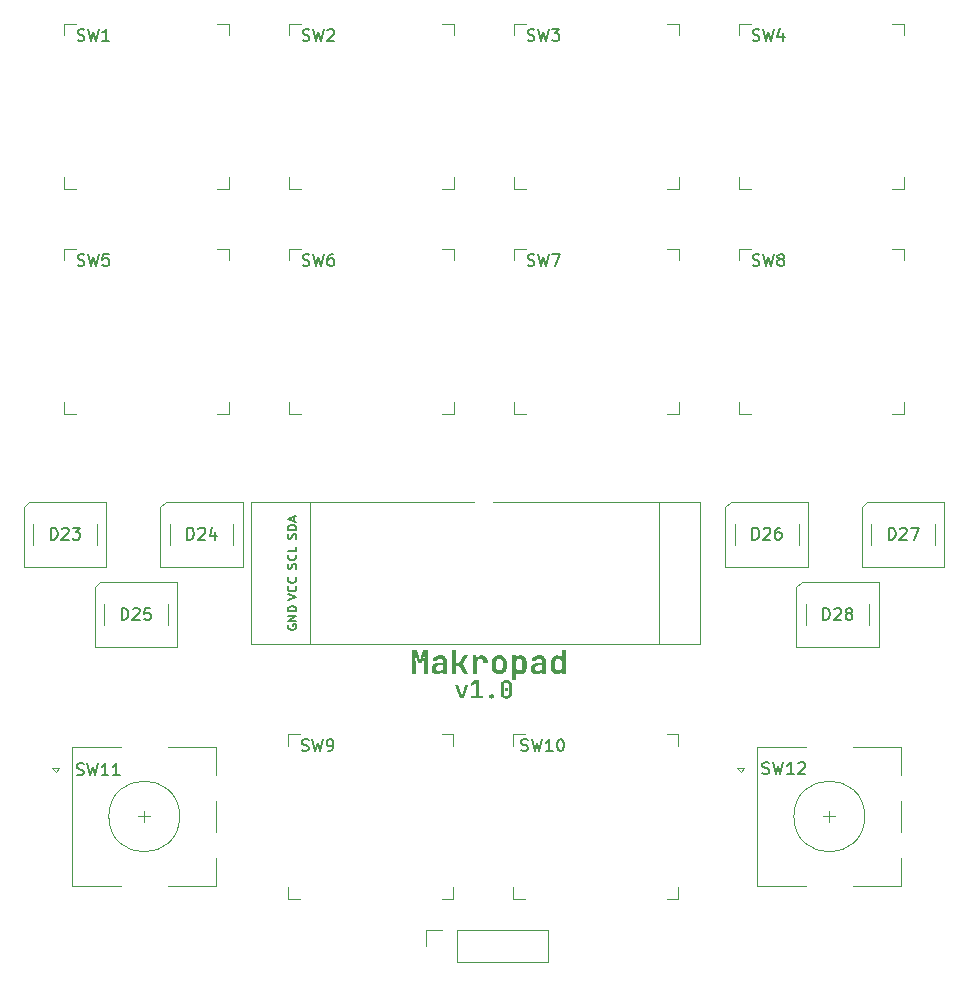
<source format=gbr>
%TF.GenerationSoftware,KiCad,Pcbnew,8.0.7*%
%TF.CreationDate,2025-02-13T02:08:45-05:00*%
%TF.ProjectId,makropad,6d616b72-6f70-4616-942e-6b696361645f,rev?*%
%TF.SameCoordinates,Original*%
%TF.FileFunction,Legend,Top*%
%TF.FilePolarity,Positive*%
%FSLAX46Y46*%
G04 Gerber Fmt 4.6, Leading zero omitted, Abs format (unit mm)*
G04 Created by KiCad (PCBNEW 8.0.7) date 2025-02-13 02:08:45*
%MOMM*%
%LPD*%
G01*
G04 APERTURE LIST*
%ADD10C,0.200000*%
%ADD11C,0.150000*%
%ADD12C,0.120000*%
%ADD13C,0.040000*%
%ADD14R,1.500000X1.000000*%
%ADD15C,5.100000*%
%ADD16O,1.900000X2.450000*%
%ADD17O,2.450000X1.900000*%
%ADD18R,1.700000X1.700000*%
%ADD19O,1.700000X1.700000*%
%ADD20R,2.000000X2.000000*%
%ADD21C,2.000000*%
%ADD22R,3.200000X2.000000*%
%ADD23C,3.200000*%
%ADD24R,1.700000X3.500000*%
%ADD25O,1.700000X3.600000*%
%ADD26O,1.700000X3.700000*%
G04 APERTURE END LIST*
D10*
G36*
X146407292Y-103410000D02*
G01*
X146407292Y-101366175D01*
X146821039Y-101366175D01*
X147019364Y-102016838D01*
X147048754Y-102114811D01*
X147069190Y-102194159D01*
X147091080Y-102290879D01*
X147095080Y-102312372D01*
X147116130Y-102213637D01*
X147120481Y-102194159D01*
X147144455Y-102097833D01*
X147167376Y-102015861D01*
X147358862Y-101366175D01*
X147773098Y-101366175D01*
X147773098Y-103410000D01*
X147446301Y-103410000D01*
X147446301Y-102774480D01*
X147447167Y-102674711D01*
X147449764Y-102569516D01*
X147453628Y-102469176D01*
X147458942Y-102366403D01*
X147465115Y-102263249D01*
X147472147Y-102159713D01*
X147473656Y-102138960D01*
X147481737Y-102036664D01*
X147490104Y-101937994D01*
X147499639Y-101833644D01*
X147500523Y-101824375D01*
X147510194Y-101726784D01*
X147520581Y-101623058D01*
X147526413Y-101565478D01*
X147251884Y-102530237D01*
X146933391Y-102530237D01*
X146651046Y-101565478D01*
X146663108Y-101665615D01*
X146673595Y-101763205D01*
X146678890Y-101816071D01*
X146688341Y-101917508D01*
X146697214Y-102023679D01*
X146704780Y-102124305D01*
X146712031Y-102227269D01*
X146718518Y-102330996D01*
X146724243Y-102435486D01*
X146725296Y-102456475D01*
X146729675Y-102559525D01*
X146732433Y-102659235D01*
X146733592Y-102765060D01*
X146733600Y-102774480D01*
X146733600Y-103410000D01*
X146407292Y-103410000D01*
G37*
G36*
X148888935Y-101846941D02*
G01*
X148997170Y-101865340D01*
X149094139Y-101897297D01*
X149191164Y-101950420D01*
X149234159Y-101983621D01*
X149306180Y-102060375D01*
X149357623Y-102149462D01*
X149388490Y-102250884D01*
X149398618Y-102349746D01*
X149398778Y-102364640D01*
X149398778Y-103410000D01*
X149059281Y-103410000D01*
X149059281Y-103140355D01*
X149051518Y-103140355D01*
X149048343Y-103166071D01*
X149006049Y-103260373D01*
X148933740Y-103337704D01*
X148846461Y-103390512D01*
X148742773Y-103423761D01*
X148635422Y-103436963D01*
X148596685Y-103437843D01*
X148497589Y-103431859D01*
X148396014Y-103410366D01*
X148296632Y-103367501D01*
X148221528Y-103312791D01*
X148155174Y-103235142D01*
X148110537Y-103143428D01*
X148087614Y-103037648D01*
X148084263Y-102972805D01*
X148087138Y-102940565D01*
X148434508Y-102940565D01*
X148452948Y-103038018D01*
X148508269Y-103112512D01*
X148596685Y-103159773D01*
X148697290Y-103175280D01*
X148713433Y-103175526D01*
X148816221Y-103164879D01*
X148910676Y-103129313D01*
X148954256Y-103099811D01*
X149018704Y-103025052D01*
X149047705Y-102926069D01*
X149048534Y-102903928D01*
X149048534Y-102716350D01*
X148671912Y-102716350D01*
X148574703Y-102731615D01*
X148498988Y-102777411D01*
X148445149Y-102864386D01*
X148434508Y-102940565D01*
X148087138Y-102940565D01*
X148093758Y-102866345D01*
X148122243Y-102772648D01*
X148176987Y-102682492D01*
X148236182Y-102623538D01*
X148320110Y-102569255D01*
X148419487Y-102530481D01*
X148519113Y-102509277D01*
X148630568Y-102499947D01*
X148664584Y-102499462D01*
X149048534Y-102499462D01*
X149048534Y-102368060D01*
X149030460Y-102268775D01*
X148976238Y-102193670D01*
X148890265Y-102146043D01*
X148792598Y-102130415D01*
X148776936Y-102130167D01*
X148678497Y-102141222D01*
X148586915Y-102180481D01*
X148518294Y-102252565D01*
X148496545Y-102316769D01*
X148154605Y-102316769D01*
X148176221Y-102213240D01*
X148216154Y-102121008D01*
X148274406Y-102040072D01*
X148350976Y-101970432D01*
X148442537Y-101914226D01*
X148545760Y-101874078D01*
X148645647Y-101852123D01*
X148754464Y-101842462D01*
X148787194Y-101841960D01*
X148888935Y-101846941D01*
G37*
G36*
X149830111Y-103410000D02*
G01*
X149830111Y-101366175D01*
X150180355Y-101366175D01*
X150180355Y-102474549D01*
X150425087Y-102474549D01*
X150799267Y-101869804D01*
X151192498Y-101869804D01*
X150726971Y-102615233D01*
X151200802Y-103410000D01*
X150800244Y-103410000D01*
X150424598Y-102771549D01*
X150180355Y-102771549D01*
X150180355Y-103410000D01*
X149830111Y-103410000D01*
G37*
G36*
X151548604Y-103410000D02*
G01*
X151548604Y-101869804D01*
X151880286Y-101869804D01*
X151880286Y-102163872D01*
X151966748Y-102163872D01*
X151862700Y-102344612D01*
X151868053Y-102241296D01*
X151887279Y-102137645D01*
X151925623Y-102039431D01*
X151974563Y-101968478D01*
X152054830Y-101901760D01*
X152144771Y-101862841D01*
X152251481Y-101843937D01*
X152304291Y-101841960D01*
X152408570Y-101849300D01*
X152515151Y-101875663D01*
X152608299Y-101921199D01*
X152688014Y-101985908D01*
X152697034Y-101995345D01*
X152759438Y-102079456D01*
X152804012Y-102178405D01*
X152828389Y-102277157D01*
X152839114Y-102387269D01*
X152839672Y-102420816D01*
X152839672Y-102532679D01*
X152472819Y-102532679D01*
X152472819Y-102446217D01*
X152462034Y-102344024D01*
X152422190Y-102248936D01*
X152396127Y-102216140D01*
X152311455Y-102157937D01*
X152209380Y-102135765D01*
X152184612Y-102135052D01*
X152084037Y-102148515D01*
X151993233Y-102197509D01*
X151973586Y-102216629D01*
X151922496Y-102300725D01*
X151900673Y-102401586D01*
X151898848Y-102446217D01*
X151898848Y-103410000D01*
X151548604Y-103410000D01*
G37*
G36*
X153910898Y-101850276D02*
G01*
X154009198Y-101867896D01*
X154108269Y-101901250D01*
X154144905Y-101918653D01*
X154228368Y-101970812D01*
X154305630Y-102042182D01*
X154367655Y-102128213D01*
X154409386Y-102217762D01*
X154435661Y-102316662D01*
X154446480Y-102424911D01*
X154446789Y-102447683D01*
X154446789Y-102831144D01*
X154440530Y-102930711D01*
X154418891Y-103032548D01*
X154381797Y-103125132D01*
X154367655Y-103151102D01*
X154305630Y-103237469D01*
X154228368Y-103309175D01*
X154144905Y-103361639D01*
X154050109Y-103400795D01*
X153944626Y-103425448D01*
X153840556Y-103435237D01*
X153803942Y-103435889D01*
X153697579Y-103430016D01*
X153599408Y-103412396D01*
X153499936Y-103379042D01*
X153462979Y-103361639D01*
X153379259Y-103309175D01*
X153301823Y-103237469D01*
X153239741Y-103151102D01*
X153198010Y-103061295D01*
X153171735Y-102962234D01*
X153160916Y-102853918D01*
X153160607Y-102831144D01*
X153160607Y-102448660D01*
X153510851Y-102448660D01*
X153510851Y-102831144D01*
X153521704Y-102930337D01*
X153561802Y-103021753D01*
X153588032Y-103052916D01*
X153674156Y-103107964D01*
X153770328Y-103128410D01*
X153803942Y-103129609D01*
X153907290Y-103116951D01*
X154000291Y-103070891D01*
X154020341Y-103052916D01*
X154075038Y-102965991D01*
X154095355Y-102866345D01*
X154096545Y-102831144D01*
X154096545Y-102448660D01*
X154085829Y-102348711D01*
X154046239Y-102257282D01*
X154020341Y-102226399D01*
X153934840Y-102171702D01*
X153837991Y-102151386D01*
X153803942Y-102150195D01*
X153701618Y-102162771D01*
X153608395Y-102208538D01*
X153588032Y-102226399D01*
X153532633Y-102312945D01*
X153512057Y-102413130D01*
X153510851Y-102448660D01*
X153160607Y-102448660D01*
X153166866Y-102348659D01*
X153188505Y-102246612D01*
X153225599Y-102154105D01*
X153239741Y-102128213D01*
X153301823Y-102042182D01*
X153379259Y-101970812D01*
X153462979Y-101918653D01*
X153558406Y-101879497D01*
X153663945Y-101854844D01*
X153767578Y-101845055D01*
X153803942Y-101844403D01*
X153910898Y-101850276D01*
G37*
G36*
X155724210Y-101851913D02*
G01*
X155822976Y-101881772D01*
X155910079Y-101931536D01*
X155985519Y-102001207D01*
X156046641Y-102087791D01*
X156090300Y-102188297D01*
X156114175Y-102287660D01*
X156124681Y-102397682D01*
X156125226Y-102431074D01*
X156125226Y-102847752D01*
X156119073Y-102955525D01*
X156100611Y-103054138D01*
X156066089Y-103152033D01*
X156062212Y-103160383D01*
X156007738Y-103251516D01*
X155938838Y-103325614D01*
X155884891Y-103365547D01*
X155793186Y-103409603D01*
X155689528Y-103433325D01*
X155613782Y-103437843D01*
X155513472Y-103429342D01*
X155416157Y-103399957D01*
X155326300Y-103343390D01*
X155311898Y-103330376D01*
X155247654Y-103246691D01*
X155212391Y-103154184D01*
X155207714Y-103115931D01*
X155197103Y-103115931D01*
X155207362Y-103482295D01*
X155207362Y-103914117D01*
X154857117Y-103914117D01*
X154857117Y-102446217D01*
X155207362Y-102446217D01*
X155207362Y-102833586D01*
X155218009Y-102931635D01*
X155257346Y-103023451D01*
X155283077Y-103055359D01*
X155366647Y-103112160D01*
X155466531Y-103133798D01*
X155490683Y-103134494D01*
X155590310Y-103121594D01*
X155680620Y-103074654D01*
X155700244Y-103056336D01*
X155753889Y-102968466D01*
X155773814Y-102868696D01*
X155774982Y-102833586D01*
X155774982Y-102446217D01*
X155764472Y-102346360D01*
X155725643Y-102254343D01*
X155700244Y-102222979D01*
X155616975Y-102167581D01*
X155515434Y-102146477D01*
X155490683Y-102145799D01*
X155393029Y-102158859D01*
X155302990Y-102206386D01*
X155283077Y-102224933D01*
X155228731Y-102312968D01*
X155208545Y-102411664D01*
X155207362Y-102446217D01*
X154857117Y-102446217D01*
X154857117Y-101869804D01*
X155199057Y-101869804D01*
X155199057Y-102163872D01*
X155206345Y-102163872D01*
X155207945Y-102145856D01*
X155238666Y-102049972D01*
X155297804Y-101963122D01*
X155311409Y-101949427D01*
X155397829Y-101888243D01*
X155492320Y-101854659D01*
X155590333Y-101842380D01*
X155613782Y-101841960D01*
X155724210Y-101851913D01*
G37*
G36*
X157281119Y-101846941D02*
G01*
X157389354Y-101865340D01*
X157486323Y-101897297D01*
X157583348Y-101950420D01*
X157626343Y-101983621D01*
X157698364Y-102060375D01*
X157749808Y-102149462D01*
X157780674Y-102250884D01*
X157790802Y-102349746D01*
X157790963Y-102364640D01*
X157790963Y-103410000D01*
X157451465Y-103410000D01*
X157451465Y-103140355D01*
X157443702Y-103140355D01*
X157440527Y-103166071D01*
X157398233Y-103260373D01*
X157325924Y-103337704D01*
X157238645Y-103390512D01*
X157134957Y-103423761D01*
X157027606Y-103436963D01*
X156988869Y-103437843D01*
X156889773Y-103431859D01*
X156788199Y-103410366D01*
X156688817Y-103367501D01*
X156613712Y-103312791D01*
X156547359Y-103235142D01*
X156502721Y-103143428D01*
X156479799Y-103037648D01*
X156476448Y-102972805D01*
X156479323Y-102940565D01*
X156826692Y-102940565D01*
X156845132Y-103038018D01*
X156900453Y-103112512D01*
X156988869Y-103159773D01*
X157089474Y-103175280D01*
X157105617Y-103175526D01*
X157208405Y-103164879D01*
X157302860Y-103129313D01*
X157346441Y-103099811D01*
X157410888Y-103025052D01*
X157439890Y-102926069D01*
X157440718Y-102903928D01*
X157440718Y-102716350D01*
X157064096Y-102716350D01*
X156966887Y-102731615D01*
X156891172Y-102777411D01*
X156837333Y-102864386D01*
X156826692Y-102940565D01*
X156479323Y-102940565D01*
X156485942Y-102866345D01*
X156514427Y-102772648D01*
X156569172Y-102682492D01*
X156628367Y-102623538D01*
X156712295Y-102569255D01*
X156811671Y-102530481D01*
X156911298Y-102509277D01*
X157022752Y-102499947D01*
X157056769Y-102499462D01*
X157440718Y-102499462D01*
X157440718Y-102368060D01*
X157422644Y-102268775D01*
X157368422Y-102193670D01*
X157282449Y-102146043D01*
X157184782Y-102130415D01*
X157169120Y-102130167D01*
X157070681Y-102141222D01*
X156979099Y-102180481D01*
X156910478Y-102252565D01*
X156888729Y-102316769D01*
X156546789Y-102316769D01*
X156568405Y-102213240D01*
X156608339Y-102121008D01*
X156666591Y-102040072D01*
X156743161Y-101970432D01*
X156834721Y-101914226D01*
X156937944Y-101874078D01*
X157037832Y-101852123D01*
X157146648Y-101842462D01*
X157179378Y-101841960D01*
X157281119Y-101846941D01*
G37*
G36*
X159464026Y-103410000D02*
G01*
X159122086Y-103410000D01*
X159122086Y-103115931D01*
X159114873Y-103115931D01*
X159113237Y-103134436D01*
X159082650Y-103230320D01*
X159023769Y-103317170D01*
X159010223Y-103330865D01*
X158924302Y-103391771D01*
X158829963Y-103425202D01*
X158731843Y-103437425D01*
X158708339Y-103437843D01*
X158598460Y-103427921D01*
X158499877Y-103398154D01*
X158412591Y-103348542D01*
X158336601Y-103279085D01*
X158275052Y-103192654D01*
X158231088Y-103092117D01*
X158207045Y-102992578D01*
X158196467Y-102882238D01*
X158195917Y-102848729D01*
X158195917Y-102446217D01*
X158546161Y-102446217D01*
X158546161Y-102833586D01*
X158556740Y-102932688D01*
X158595823Y-103024691D01*
X158621388Y-103056336D01*
X158705115Y-103112435D01*
X158807083Y-103133807D01*
X158831926Y-103134494D01*
X158929655Y-103121433D01*
X159018977Y-103073906D01*
X159038555Y-103055359D01*
X159092551Y-102967217D01*
X159112606Y-102868254D01*
X159113782Y-102833586D01*
X159113782Y-102446217D01*
X159103203Y-102348467D01*
X159064120Y-102256824D01*
X159038555Y-102224933D01*
X158955930Y-102168132D01*
X158856153Y-102146494D01*
X158831926Y-102145799D01*
X158731902Y-102158698D01*
X158641134Y-102205638D01*
X158621388Y-102223956D01*
X158567392Y-102311476D01*
X158547337Y-102411115D01*
X158546161Y-102446217D01*
X158195917Y-102446217D01*
X158195917Y-102432540D01*
X158200846Y-102334789D01*
X158219055Y-102230644D01*
X158250681Y-102137158D01*
X158303254Y-102043369D01*
X158336113Y-102001695D01*
X158411950Y-101931811D01*
X158499267Y-101881894D01*
X158598063Y-101851944D01*
X158708339Y-101841960D01*
X158809241Y-101850500D01*
X158906671Y-101880019D01*
X158995992Y-101936843D01*
X159010223Y-101949916D01*
X159073911Y-102033381D01*
X159108868Y-102125888D01*
X159113464Y-102163872D01*
X159124040Y-102163872D01*
X159113782Y-101797508D01*
X159113782Y-101366175D01*
X159464026Y-101366175D01*
X159464026Y-103410000D01*
G37*
G36*
X150462718Y-105495000D02*
G01*
X150080966Y-104339853D01*
X150351709Y-104339853D01*
X150571161Y-105042173D01*
X150592426Y-105114340D01*
X150608164Y-105172233D01*
X150626568Y-105245305D01*
X150634176Y-105278845D01*
X150652666Y-105207772D01*
X150661653Y-105172233D01*
X150681025Y-105098430D01*
X150696092Y-105043272D01*
X150911514Y-104339853D01*
X151178960Y-104339853D01*
X150799773Y-105495000D01*
X150462718Y-105495000D01*
G37*
G36*
X151435415Y-105495000D02*
G01*
X151435415Y-105263824D01*
X151834019Y-105263824D01*
X151834019Y-104195505D01*
X151433217Y-104494092D01*
X151433217Y-104216755D01*
X151787124Y-103962131D01*
X152096702Y-103962131D01*
X152096702Y-105263824D01*
X152417271Y-105263824D01*
X152417271Y-105495000D01*
X151435415Y-105495000D01*
G37*
G36*
X153147801Y-105515882D02*
G01*
X153071622Y-105504290D01*
X153007931Y-105466372D01*
X153004553Y-105463126D01*
X152964436Y-105401119D01*
X152951116Y-105326849D01*
X152951064Y-105321343D01*
X152961302Y-105248564D01*
X152998076Y-105183420D01*
X153004553Y-105176629D01*
X153067110Y-105136512D01*
X153142227Y-105123192D01*
X153147801Y-105123140D01*
X153224609Y-105134893D01*
X153288082Y-105173338D01*
X153291416Y-105176629D01*
X153330983Y-105239369D01*
X153344121Y-105315656D01*
X153344173Y-105321343D01*
X153332581Y-105396653D01*
X153294662Y-105459771D01*
X153291416Y-105463126D01*
X153229134Y-105502693D01*
X153153443Y-105515831D01*
X153147801Y-105515882D01*
G37*
G36*
X154481031Y-104601861D02*
G01*
X154507013Y-104621953D01*
X154541763Y-104688690D01*
X154544748Y-104721605D01*
X154528339Y-104795348D01*
X154506646Y-104825286D01*
X154439910Y-104861386D01*
X154406995Y-104864487D01*
X154335506Y-104847604D01*
X154306245Y-104825286D01*
X154271864Y-104759436D01*
X154268143Y-104721605D01*
X154286152Y-104647569D01*
X154306245Y-104621587D01*
X154373697Y-104586836D01*
X154406995Y-104583852D01*
X154481031Y-104601861D01*
G37*
G36*
X154487629Y-103945374D02*
G01*
X154562329Y-103958850D01*
X154637513Y-103984359D01*
X154665282Y-103997669D01*
X154728301Y-104037668D01*
X154786630Y-104092081D01*
X154833443Y-104157404D01*
X154864935Y-104225024D01*
X154884763Y-104299656D01*
X154892636Y-104372821D01*
X154893161Y-104398471D01*
X154893161Y-105058293D01*
X154888408Y-105133203D01*
X154871979Y-105209911D01*
X154843815Y-105279749D01*
X154833077Y-105299361D01*
X154786220Y-105364683D01*
X154727762Y-105419096D01*
X154664549Y-105459096D01*
X154592643Y-105489042D01*
X154521259Y-105506510D01*
X154443557Y-105514995D01*
X154406995Y-105515882D01*
X154326428Y-105511390D01*
X154252062Y-105497915D01*
X154176707Y-105472405D01*
X154148709Y-105459096D01*
X154085267Y-105419096D01*
X154026557Y-105364683D01*
X153979448Y-105299361D01*
X153947957Y-105231584D01*
X153928129Y-105156937D01*
X153920256Y-105083882D01*
X153919731Y-105058293D01*
X153919731Y-104398471D01*
X154167759Y-104398471D01*
X154167759Y-105058293D01*
X154176878Y-105131005D01*
X154210568Y-105200989D01*
X154232606Y-105226088D01*
X154298082Y-105269165D01*
X154373951Y-105287564D01*
X154406995Y-105289103D01*
X154482764Y-105280241D01*
X154550428Y-105250642D01*
X154580652Y-105226088D01*
X154624730Y-105162956D01*
X154643558Y-105090017D01*
X154645132Y-105058293D01*
X154645132Y-104398471D01*
X154634490Y-104320467D01*
X154599228Y-104251746D01*
X154580652Y-104231043D01*
X154515787Y-104187716D01*
X154439858Y-104169209D01*
X154406629Y-104167662D01*
X154330362Y-104176575D01*
X154262275Y-104206346D01*
X154231873Y-104231043D01*
X154188045Y-104294105D01*
X154169325Y-104366853D01*
X154167759Y-104398471D01*
X153919731Y-104398471D01*
X153924455Y-104323413D01*
X153940784Y-104246677D01*
X153968776Y-104176953D01*
X153979448Y-104157404D01*
X154026391Y-104092081D01*
X154085110Y-104037668D01*
X154148709Y-103997669D01*
X154220929Y-103967723D01*
X154292352Y-103950254D01*
X154369861Y-103941770D01*
X154406263Y-103940882D01*
X154487629Y-103945374D01*
G37*
D11*
X121835714Y-98854819D02*
X121835714Y-97854819D01*
X121835714Y-97854819D02*
X122073809Y-97854819D01*
X122073809Y-97854819D02*
X122216666Y-97902438D01*
X122216666Y-97902438D02*
X122311904Y-97997676D01*
X122311904Y-97997676D02*
X122359523Y-98092914D01*
X122359523Y-98092914D02*
X122407142Y-98283390D01*
X122407142Y-98283390D02*
X122407142Y-98426247D01*
X122407142Y-98426247D02*
X122359523Y-98616723D01*
X122359523Y-98616723D02*
X122311904Y-98711961D01*
X122311904Y-98711961D02*
X122216666Y-98807200D01*
X122216666Y-98807200D02*
X122073809Y-98854819D01*
X122073809Y-98854819D02*
X121835714Y-98854819D01*
X122788095Y-97950057D02*
X122835714Y-97902438D01*
X122835714Y-97902438D02*
X122930952Y-97854819D01*
X122930952Y-97854819D02*
X123169047Y-97854819D01*
X123169047Y-97854819D02*
X123264285Y-97902438D01*
X123264285Y-97902438D02*
X123311904Y-97950057D01*
X123311904Y-97950057D02*
X123359523Y-98045295D01*
X123359523Y-98045295D02*
X123359523Y-98140533D01*
X123359523Y-98140533D02*
X123311904Y-98283390D01*
X123311904Y-98283390D02*
X122740476Y-98854819D01*
X122740476Y-98854819D02*
X123359523Y-98854819D01*
X124264285Y-97854819D02*
X123788095Y-97854819D01*
X123788095Y-97854819D02*
X123740476Y-98331009D01*
X123740476Y-98331009D02*
X123788095Y-98283390D01*
X123788095Y-98283390D02*
X123883333Y-98235771D01*
X123883333Y-98235771D02*
X124121428Y-98235771D01*
X124121428Y-98235771D02*
X124216666Y-98283390D01*
X124216666Y-98283390D02*
X124264285Y-98331009D01*
X124264285Y-98331009D02*
X124311904Y-98426247D01*
X124311904Y-98426247D02*
X124311904Y-98664342D01*
X124311904Y-98664342D02*
X124264285Y-98759580D01*
X124264285Y-98759580D02*
X124216666Y-98807200D01*
X124216666Y-98807200D02*
X124121428Y-98854819D01*
X124121428Y-98854819D02*
X123883333Y-98854819D01*
X123883333Y-98854819D02*
X123788095Y-98807200D01*
X123788095Y-98807200D02*
X123740476Y-98759580D01*
X181235714Y-98854819D02*
X181235714Y-97854819D01*
X181235714Y-97854819D02*
X181473809Y-97854819D01*
X181473809Y-97854819D02*
X181616666Y-97902438D01*
X181616666Y-97902438D02*
X181711904Y-97997676D01*
X181711904Y-97997676D02*
X181759523Y-98092914D01*
X181759523Y-98092914D02*
X181807142Y-98283390D01*
X181807142Y-98283390D02*
X181807142Y-98426247D01*
X181807142Y-98426247D02*
X181759523Y-98616723D01*
X181759523Y-98616723D02*
X181711904Y-98711961D01*
X181711904Y-98711961D02*
X181616666Y-98807200D01*
X181616666Y-98807200D02*
X181473809Y-98854819D01*
X181473809Y-98854819D02*
X181235714Y-98854819D01*
X182188095Y-97950057D02*
X182235714Y-97902438D01*
X182235714Y-97902438D02*
X182330952Y-97854819D01*
X182330952Y-97854819D02*
X182569047Y-97854819D01*
X182569047Y-97854819D02*
X182664285Y-97902438D01*
X182664285Y-97902438D02*
X182711904Y-97950057D01*
X182711904Y-97950057D02*
X182759523Y-98045295D01*
X182759523Y-98045295D02*
X182759523Y-98140533D01*
X182759523Y-98140533D02*
X182711904Y-98283390D01*
X182711904Y-98283390D02*
X182140476Y-98854819D01*
X182140476Y-98854819D02*
X182759523Y-98854819D01*
X183330952Y-98283390D02*
X183235714Y-98235771D01*
X183235714Y-98235771D02*
X183188095Y-98188152D01*
X183188095Y-98188152D02*
X183140476Y-98092914D01*
X183140476Y-98092914D02*
X183140476Y-98045295D01*
X183140476Y-98045295D02*
X183188095Y-97950057D01*
X183188095Y-97950057D02*
X183235714Y-97902438D01*
X183235714Y-97902438D02*
X183330952Y-97854819D01*
X183330952Y-97854819D02*
X183521428Y-97854819D01*
X183521428Y-97854819D02*
X183616666Y-97902438D01*
X183616666Y-97902438D02*
X183664285Y-97950057D01*
X183664285Y-97950057D02*
X183711904Y-98045295D01*
X183711904Y-98045295D02*
X183711904Y-98092914D01*
X183711904Y-98092914D02*
X183664285Y-98188152D01*
X183664285Y-98188152D02*
X183616666Y-98235771D01*
X183616666Y-98235771D02*
X183521428Y-98283390D01*
X183521428Y-98283390D02*
X183330952Y-98283390D01*
X183330952Y-98283390D02*
X183235714Y-98331009D01*
X183235714Y-98331009D02*
X183188095Y-98378628D01*
X183188095Y-98378628D02*
X183140476Y-98473866D01*
X183140476Y-98473866D02*
X183140476Y-98664342D01*
X183140476Y-98664342D02*
X183188095Y-98759580D01*
X183188095Y-98759580D02*
X183235714Y-98807200D01*
X183235714Y-98807200D02*
X183330952Y-98854819D01*
X183330952Y-98854819D02*
X183521428Y-98854819D01*
X183521428Y-98854819D02*
X183616666Y-98807200D01*
X183616666Y-98807200D02*
X183664285Y-98759580D01*
X183664285Y-98759580D02*
X183711904Y-98664342D01*
X183711904Y-98664342D02*
X183711904Y-98473866D01*
X183711904Y-98473866D02*
X183664285Y-98378628D01*
X183664285Y-98378628D02*
X183616666Y-98331009D01*
X183616666Y-98331009D02*
X183521428Y-98283390D01*
X175266667Y-49777200D02*
X175409524Y-49824819D01*
X175409524Y-49824819D02*
X175647619Y-49824819D01*
X175647619Y-49824819D02*
X175742857Y-49777200D01*
X175742857Y-49777200D02*
X175790476Y-49729580D01*
X175790476Y-49729580D02*
X175838095Y-49634342D01*
X175838095Y-49634342D02*
X175838095Y-49539104D01*
X175838095Y-49539104D02*
X175790476Y-49443866D01*
X175790476Y-49443866D02*
X175742857Y-49396247D01*
X175742857Y-49396247D02*
X175647619Y-49348628D01*
X175647619Y-49348628D02*
X175457143Y-49301009D01*
X175457143Y-49301009D02*
X175361905Y-49253390D01*
X175361905Y-49253390D02*
X175314286Y-49205771D01*
X175314286Y-49205771D02*
X175266667Y-49110533D01*
X175266667Y-49110533D02*
X175266667Y-49015295D01*
X175266667Y-49015295D02*
X175314286Y-48920057D01*
X175314286Y-48920057D02*
X175361905Y-48872438D01*
X175361905Y-48872438D02*
X175457143Y-48824819D01*
X175457143Y-48824819D02*
X175695238Y-48824819D01*
X175695238Y-48824819D02*
X175838095Y-48872438D01*
X176171429Y-48824819D02*
X176409524Y-49824819D01*
X176409524Y-49824819D02*
X176600000Y-49110533D01*
X176600000Y-49110533D02*
X176790476Y-49824819D01*
X176790476Y-49824819D02*
X177028572Y-48824819D01*
X177838095Y-49158152D02*
X177838095Y-49824819D01*
X177600000Y-48777200D02*
X177361905Y-49491485D01*
X177361905Y-49491485D02*
X177980952Y-49491485D01*
X155660476Y-109907200D02*
X155803333Y-109954819D01*
X155803333Y-109954819D02*
X156041428Y-109954819D01*
X156041428Y-109954819D02*
X156136666Y-109907200D01*
X156136666Y-109907200D02*
X156184285Y-109859580D01*
X156184285Y-109859580D02*
X156231904Y-109764342D01*
X156231904Y-109764342D02*
X156231904Y-109669104D01*
X156231904Y-109669104D02*
X156184285Y-109573866D01*
X156184285Y-109573866D02*
X156136666Y-109526247D01*
X156136666Y-109526247D02*
X156041428Y-109478628D01*
X156041428Y-109478628D02*
X155850952Y-109431009D01*
X155850952Y-109431009D02*
X155755714Y-109383390D01*
X155755714Y-109383390D02*
X155708095Y-109335771D01*
X155708095Y-109335771D02*
X155660476Y-109240533D01*
X155660476Y-109240533D02*
X155660476Y-109145295D01*
X155660476Y-109145295D02*
X155708095Y-109050057D01*
X155708095Y-109050057D02*
X155755714Y-109002438D01*
X155755714Y-109002438D02*
X155850952Y-108954819D01*
X155850952Y-108954819D02*
X156089047Y-108954819D01*
X156089047Y-108954819D02*
X156231904Y-109002438D01*
X156565238Y-108954819D02*
X156803333Y-109954819D01*
X156803333Y-109954819D02*
X156993809Y-109240533D01*
X156993809Y-109240533D02*
X157184285Y-109954819D01*
X157184285Y-109954819D02*
X157422381Y-108954819D01*
X158327142Y-109954819D02*
X157755714Y-109954819D01*
X158041428Y-109954819D02*
X158041428Y-108954819D01*
X158041428Y-108954819D02*
X157946190Y-109097676D01*
X157946190Y-109097676D02*
X157850952Y-109192914D01*
X157850952Y-109192914D02*
X157755714Y-109240533D01*
X158946190Y-108954819D02*
X159041428Y-108954819D01*
X159041428Y-108954819D02*
X159136666Y-109002438D01*
X159136666Y-109002438D02*
X159184285Y-109050057D01*
X159184285Y-109050057D02*
X159231904Y-109145295D01*
X159231904Y-109145295D02*
X159279523Y-109335771D01*
X159279523Y-109335771D02*
X159279523Y-109573866D01*
X159279523Y-109573866D02*
X159231904Y-109764342D01*
X159231904Y-109764342D02*
X159184285Y-109859580D01*
X159184285Y-109859580D02*
X159136666Y-109907200D01*
X159136666Y-109907200D02*
X159041428Y-109954819D01*
X159041428Y-109954819D02*
X158946190Y-109954819D01*
X158946190Y-109954819D02*
X158850952Y-109907200D01*
X158850952Y-109907200D02*
X158803333Y-109859580D01*
X158803333Y-109859580D02*
X158755714Y-109764342D01*
X158755714Y-109764342D02*
X158708095Y-109573866D01*
X158708095Y-109573866D02*
X158708095Y-109335771D01*
X158708095Y-109335771D02*
X158755714Y-109145295D01*
X158755714Y-109145295D02*
X158803333Y-109050057D01*
X158803333Y-109050057D02*
X158850952Y-109002438D01*
X158850952Y-109002438D02*
X158946190Y-108954819D01*
X118116667Y-49777200D02*
X118259524Y-49824819D01*
X118259524Y-49824819D02*
X118497619Y-49824819D01*
X118497619Y-49824819D02*
X118592857Y-49777200D01*
X118592857Y-49777200D02*
X118640476Y-49729580D01*
X118640476Y-49729580D02*
X118688095Y-49634342D01*
X118688095Y-49634342D02*
X118688095Y-49539104D01*
X118688095Y-49539104D02*
X118640476Y-49443866D01*
X118640476Y-49443866D02*
X118592857Y-49396247D01*
X118592857Y-49396247D02*
X118497619Y-49348628D01*
X118497619Y-49348628D02*
X118307143Y-49301009D01*
X118307143Y-49301009D02*
X118211905Y-49253390D01*
X118211905Y-49253390D02*
X118164286Y-49205771D01*
X118164286Y-49205771D02*
X118116667Y-49110533D01*
X118116667Y-49110533D02*
X118116667Y-49015295D01*
X118116667Y-49015295D02*
X118164286Y-48920057D01*
X118164286Y-48920057D02*
X118211905Y-48872438D01*
X118211905Y-48872438D02*
X118307143Y-48824819D01*
X118307143Y-48824819D02*
X118545238Y-48824819D01*
X118545238Y-48824819D02*
X118688095Y-48872438D01*
X119021429Y-48824819D02*
X119259524Y-49824819D01*
X119259524Y-49824819D02*
X119450000Y-49110533D01*
X119450000Y-49110533D02*
X119640476Y-49824819D01*
X119640476Y-49824819D02*
X119878572Y-48824819D01*
X120783333Y-49824819D02*
X120211905Y-49824819D01*
X120497619Y-49824819D02*
X120497619Y-48824819D01*
X120497619Y-48824819D02*
X120402381Y-48967676D01*
X120402381Y-48967676D02*
X120307143Y-49062914D01*
X120307143Y-49062914D02*
X120211905Y-49110533D01*
X135889164Y-97159999D02*
X136639164Y-96909999D01*
X136639164Y-96909999D02*
X135889164Y-96659999D01*
X136567735Y-95981428D02*
X136603450Y-96017142D01*
X136603450Y-96017142D02*
X136639164Y-96124285D01*
X136639164Y-96124285D02*
X136639164Y-96195713D01*
X136639164Y-96195713D02*
X136603450Y-96302856D01*
X136603450Y-96302856D02*
X136532021Y-96374285D01*
X136532021Y-96374285D02*
X136460592Y-96409999D01*
X136460592Y-96409999D02*
X136317735Y-96445713D01*
X136317735Y-96445713D02*
X136210592Y-96445713D01*
X136210592Y-96445713D02*
X136067735Y-96409999D01*
X136067735Y-96409999D02*
X135996307Y-96374285D01*
X135996307Y-96374285D02*
X135924878Y-96302856D01*
X135924878Y-96302856D02*
X135889164Y-96195713D01*
X135889164Y-96195713D02*
X135889164Y-96124285D01*
X135889164Y-96124285D02*
X135924878Y-96017142D01*
X135924878Y-96017142D02*
X135960592Y-95981428D01*
X136567735Y-95231428D02*
X136603450Y-95267142D01*
X136603450Y-95267142D02*
X136639164Y-95374285D01*
X136639164Y-95374285D02*
X136639164Y-95445713D01*
X136639164Y-95445713D02*
X136603450Y-95552856D01*
X136603450Y-95552856D02*
X136532021Y-95624285D01*
X136532021Y-95624285D02*
X136460592Y-95659999D01*
X136460592Y-95659999D02*
X136317735Y-95695713D01*
X136317735Y-95695713D02*
X136210592Y-95695713D01*
X136210592Y-95695713D02*
X136067735Y-95659999D01*
X136067735Y-95659999D02*
X135996307Y-95624285D01*
X135996307Y-95624285D02*
X135924878Y-95552856D01*
X135924878Y-95552856D02*
X135889164Y-95445713D01*
X135889164Y-95445713D02*
X135889164Y-95374285D01*
X135889164Y-95374285D02*
X135924878Y-95267142D01*
X135924878Y-95267142D02*
X135960592Y-95231428D01*
X136603450Y-91990713D02*
X136639164Y-91883571D01*
X136639164Y-91883571D02*
X136639164Y-91704999D01*
X136639164Y-91704999D02*
X136603450Y-91633571D01*
X136603450Y-91633571D02*
X136567735Y-91597856D01*
X136567735Y-91597856D02*
X136496307Y-91562142D01*
X136496307Y-91562142D02*
X136424878Y-91562142D01*
X136424878Y-91562142D02*
X136353450Y-91597856D01*
X136353450Y-91597856D02*
X136317735Y-91633571D01*
X136317735Y-91633571D02*
X136282021Y-91704999D01*
X136282021Y-91704999D02*
X136246307Y-91847856D01*
X136246307Y-91847856D02*
X136210592Y-91919285D01*
X136210592Y-91919285D02*
X136174878Y-91954999D01*
X136174878Y-91954999D02*
X136103450Y-91990713D01*
X136103450Y-91990713D02*
X136032021Y-91990713D01*
X136032021Y-91990713D02*
X135960592Y-91954999D01*
X135960592Y-91954999D02*
X135924878Y-91919285D01*
X135924878Y-91919285D02*
X135889164Y-91847856D01*
X135889164Y-91847856D02*
X135889164Y-91669285D01*
X135889164Y-91669285D02*
X135924878Y-91562142D01*
X136639164Y-91240713D02*
X135889164Y-91240713D01*
X135889164Y-91240713D02*
X135889164Y-91062142D01*
X135889164Y-91062142D02*
X135924878Y-90954999D01*
X135924878Y-90954999D02*
X135996307Y-90883570D01*
X135996307Y-90883570D02*
X136067735Y-90847856D01*
X136067735Y-90847856D02*
X136210592Y-90812142D01*
X136210592Y-90812142D02*
X136317735Y-90812142D01*
X136317735Y-90812142D02*
X136460592Y-90847856D01*
X136460592Y-90847856D02*
X136532021Y-90883570D01*
X136532021Y-90883570D02*
X136603450Y-90954999D01*
X136603450Y-90954999D02*
X136639164Y-91062142D01*
X136639164Y-91062142D02*
X136639164Y-91240713D01*
X136424878Y-90526427D02*
X136424878Y-90169285D01*
X136639164Y-90597856D02*
X135889164Y-90347856D01*
X135889164Y-90347856D02*
X136639164Y-90097856D01*
X135924878Y-99271428D02*
X135889164Y-99342857D01*
X135889164Y-99342857D02*
X135889164Y-99449999D01*
X135889164Y-99449999D02*
X135924878Y-99557142D01*
X135924878Y-99557142D02*
X135996307Y-99628571D01*
X135996307Y-99628571D02*
X136067735Y-99664285D01*
X136067735Y-99664285D02*
X136210592Y-99699999D01*
X136210592Y-99699999D02*
X136317735Y-99699999D01*
X136317735Y-99699999D02*
X136460592Y-99664285D01*
X136460592Y-99664285D02*
X136532021Y-99628571D01*
X136532021Y-99628571D02*
X136603450Y-99557142D01*
X136603450Y-99557142D02*
X136639164Y-99449999D01*
X136639164Y-99449999D02*
X136639164Y-99378571D01*
X136639164Y-99378571D02*
X136603450Y-99271428D01*
X136603450Y-99271428D02*
X136567735Y-99235714D01*
X136567735Y-99235714D02*
X136317735Y-99235714D01*
X136317735Y-99235714D02*
X136317735Y-99378571D01*
X136639164Y-98914285D02*
X135889164Y-98914285D01*
X135889164Y-98914285D02*
X136639164Y-98485714D01*
X136639164Y-98485714D02*
X135889164Y-98485714D01*
X136639164Y-98128571D02*
X135889164Y-98128571D01*
X135889164Y-98128571D02*
X135889164Y-97950000D01*
X135889164Y-97950000D02*
X135924878Y-97842857D01*
X135924878Y-97842857D02*
X135996307Y-97771428D01*
X135996307Y-97771428D02*
X136067735Y-97735714D01*
X136067735Y-97735714D02*
X136210592Y-97700000D01*
X136210592Y-97700000D02*
X136317735Y-97700000D01*
X136317735Y-97700000D02*
X136460592Y-97735714D01*
X136460592Y-97735714D02*
X136532021Y-97771428D01*
X136532021Y-97771428D02*
X136603450Y-97842857D01*
X136603450Y-97842857D02*
X136639164Y-97950000D01*
X136639164Y-97950000D02*
X136639164Y-98128571D01*
X136603450Y-94512856D02*
X136639164Y-94405714D01*
X136639164Y-94405714D02*
X136639164Y-94227142D01*
X136639164Y-94227142D02*
X136603450Y-94155714D01*
X136603450Y-94155714D02*
X136567735Y-94119999D01*
X136567735Y-94119999D02*
X136496307Y-94084285D01*
X136496307Y-94084285D02*
X136424878Y-94084285D01*
X136424878Y-94084285D02*
X136353450Y-94119999D01*
X136353450Y-94119999D02*
X136317735Y-94155714D01*
X136317735Y-94155714D02*
X136282021Y-94227142D01*
X136282021Y-94227142D02*
X136246307Y-94369999D01*
X136246307Y-94369999D02*
X136210592Y-94441428D01*
X136210592Y-94441428D02*
X136174878Y-94477142D01*
X136174878Y-94477142D02*
X136103450Y-94512856D01*
X136103450Y-94512856D02*
X136032021Y-94512856D01*
X136032021Y-94512856D02*
X135960592Y-94477142D01*
X135960592Y-94477142D02*
X135924878Y-94441428D01*
X135924878Y-94441428D02*
X135889164Y-94369999D01*
X135889164Y-94369999D02*
X135889164Y-94191428D01*
X135889164Y-94191428D02*
X135924878Y-94084285D01*
X136567735Y-93334285D02*
X136603450Y-93369999D01*
X136603450Y-93369999D02*
X136639164Y-93477142D01*
X136639164Y-93477142D02*
X136639164Y-93548570D01*
X136639164Y-93548570D02*
X136603450Y-93655713D01*
X136603450Y-93655713D02*
X136532021Y-93727142D01*
X136532021Y-93727142D02*
X136460592Y-93762856D01*
X136460592Y-93762856D02*
X136317735Y-93798570D01*
X136317735Y-93798570D02*
X136210592Y-93798570D01*
X136210592Y-93798570D02*
X136067735Y-93762856D01*
X136067735Y-93762856D02*
X135996307Y-93727142D01*
X135996307Y-93727142D02*
X135924878Y-93655713D01*
X135924878Y-93655713D02*
X135889164Y-93548570D01*
X135889164Y-93548570D02*
X135889164Y-93477142D01*
X135889164Y-93477142D02*
X135924878Y-93369999D01*
X135924878Y-93369999D02*
X135960592Y-93334285D01*
X136639164Y-92655713D02*
X136639164Y-93012856D01*
X136639164Y-93012856D02*
X135889164Y-93012856D01*
X186785714Y-92054819D02*
X186785714Y-91054819D01*
X186785714Y-91054819D02*
X187023809Y-91054819D01*
X187023809Y-91054819D02*
X187166666Y-91102438D01*
X187166666Y-91102438D02*
X187261904Y-91197676D01*
X187261904Y-91197676D02*
X187309523Y-91292914D01*
X187309523Y-91292914D02*
X187357142Y-91483390D01*
X187357142Y-91483390D02*
X187357142Y-91626247D01*
X187357142Y-91626247D02*
X187309523Y-91816723D01*
X187309523Y-91816723D02*
X187261904Y-91911961D01*
X187261904Y-91911961D02*
X187166666Y-92007200D01*
X187166666Y-92007200D02*
X187023809Y-92054819D01*
X187023809Y-92054819D02*
X186785714Y-92054819D01*
X187738095Y-91150057D02*
X187785714Y-91102438D01*
X187785714Y-91102438D02*
X187880952Y-91054819D01*
X187880952Y-91054819D02*
X188119047Y-91054819D01*
X188119047Y-91054819D02*
X188214285Y-91102438D01*
X188214285Y-91102438D02*
X188261904Y-91150057D01*
X188261904Y-91150057D02*
X188309523Y-91245295D01*
X188309523Y-91245295D02*
X188309523Y-91340533D01*
X188309523Y-91340533D02*
X188261904Y-91483390D01*
X188261904Y-91483390D02*
X187690476Y-92054819D01*
X187690476Y-92054819D02*
X188309523Y-92054819D01*
X188642857Y-91054819D02*
X189309523Y-91054819D01*
X189309523Y-91054819D02*
X188880952Y-92054819D01*
X176090476Y-111857200D02*
X176233333Y-111904819D01*
X176233333Y-111904819D02*
X176471428Y-111904819D01*
X176471428Y-111904819D02*
X176566666Y-111857200D01*
X176566666Y-111857200D02*
X176614285Y-111809580D01*
X176614285Y-111809580D02*
X176661904Y-111714342D01*
X176661904Y-111714342D02*
X176661904Y-111619104D01*
X176661904Y-111619104D02*
X176614285Y-111523866D01*
X176614285Y-111523866D02*
X176566666Y-111476247D01*
X176566666Y-111476247D02*
X176471428Y-111428628D01*
X176471428Y-111428628D02*
X176280952Y-111381009D01*
X176280952Y-111381009D02*
X176185714Y-111333390D01*
X176185714Y-111333390D02*
X176138095Y-111285771D01*
X176138095Y-111285771D02*
X176090476Y-111190533D01*
X176090476Y-111190533D02*
X176090476Y-111095295D01*
X176090476Y-111095295D02*
X176138095Y-111000057D01*
X176138095Y-111000057D02*
X176185714Y-110952438D01*
X176185714Y-110952438D02*
X176280952Y-110904819D01*
X176280952Y-110904819D02*
X176519047Y-110904819D01*
X176519047Y-110904819D02*
X176661904Y-110952438D01*
X176995238Y-110904819D02*
X177233333Y-111904819D01*
X177233333Y-111904819D02*
X177423809Y-111190533D01*
X177423809Y-111190533D02*
X177614285Y-111904819D01*
X177614285Y-111904819D02*
X177852381Y-110904819D01*
X178757142Y-111904819D02*
X178185714Y-111904819D01*
X178471428Y-111904819D02*
X178471428Y-110904819D01*
X178471428Y-110904819D02*
X178376190Y-111047676D01*
X178376190Y-111047676D02*
X178280952Y-111142914D01*
X178280952Y-111142914D02*
X178185714Y-111190533D01*
X179138095Y-111000057D02*
X179185714Y-110952438D01*
X179185714Y-110952438D02*
X179280952Y-110904819D01*
X179280952Y-110904819D02*
X179519047Y-110904819D01*
X179519047Y-110904819D02*
X179614285Y-110952438D01*
X179614285Y-110952438D02*
X179661904Y-111000057D01*
X179661904Y-111000057D02*
X179709523Y-111095295D01*
X179709523Y-111095295D02*
X179709523Y-111190533D01*
X179709523Y-111190533D02*
X179661904Y-111333390D01*
X179661904Y-111333390D02*
X179090476Y-111904819D01*
X179090476Y-111904819D02*
X179709523Y-111904819D01*
X127385714Y-92054819D02*
X127385714Y-91054819D01*
X127385714Y-91054819D02*
X127623809Y-91054819D01*
X127623809Y-91054819D02*
X127766666Y-91102438D01*
X127766666Y-91102438D02*
X127861904Y-91197676D01*
X127861904Y-91197676D02*
X127909523Y-91292914D01*
X127909523Y-91292914D02*
X127957142Y-91483390D01*
X127957142Y-91483390D02*
X127957142Y-91626247D01*
X127957142Y-91626247D02*
X127909523Y-91816723D01*
X127909523Y-91816723D02*
X127861904Y-91911961D01*
X127861904Y-91911961D02*
X127766666Y-92007200D01*
X127766666Y-92007200D02*
X127623809Y-92054819D01*
X127623809Y-92054819D02*
X127385714Y-92054819D01*
X128338095Y-91150057D02*
X128385714Y-91102438D01*
X128385714Y-91102438D02*
X128480952Y-91054819D01*
X128480952Y-91054819D02*
X128719047Y-91054819D01*
X128719047Y-91054819D02*
X128814285Y-91102438D01*
X128814285Y-91102438D02*
X128861904Y-91150057D01*
X128861904Y-91150057D02*
X128909523Y-91245295D01*
X128909523Y-91245295D02*
X128909523Y-91340533D01*
X128909523Y-91340533D02*
X128861904Y-91483390D01*
X128861904Y-91483390D02*
X128290476Y-92054819D01*
X128290476Y-92054819D02*
X128909523Y-92054819D01*
X129766666Y-91388152D02*
X129766666Y-92054819D01*
X129528571Y-91007200D02*
X129290476Y-91721485D01*
X129290476Y-91721485D02*
X129909523Y-91721485D01*
X175235714Y-92054819D02*
X175235714Y-91054819D01*
X175235714Y-91054819D02*
X175473809Y-91054819D01*
X175473809Y-91054819D02*
X175616666Y-91102438D01*
X175616666Y-91102438D02*
X175711904Y-91197676D01*
X175711904Y-91197676D02*
X175759523Y-91292914D01*
X175759523Y-91292914D02*
X175807142Y-91483390D01*
X175807142Y-91483390D02*
X175807142Y-91626247D01*
X175807142Y-91626247D02*
X175759523Y-91816723D01*
X175759523Y-91816723D02*
X175711904Y-91911961D01*
X175711904Y-91911961D02*
X175616666Y-92007200D01*
X175616666Y-92007200D02*
X175473809Y-92054819D01*
X175473809Y-92054819D02*
X175235714Y-92054819D01*
X176188095Y-91150057D02*
X176235714Y-91102438D01*
X176235714Y-91102438D02*
X176330952Y-91054819D01*
X176330952Y-91054819D02*
X176569047Y-91054819D01*
X176569047Y-91054819D02*
X176664285Y-91102438D01*
X176664285Y-91102438D02*
X176711904Y-91150057D01*
X176711904Y-91150057D02*
X176759523Y-91245295D01*
X176759523Y-91245295D02*
X176759523Y-91340533D01*
X176759523Y-91340533D02*
X176711904Y-91483390D01*
X176711904Y-91483390D02*
X176140476Y-92054819D01*
X176140476Y-92054819D02*
X176759523Y-92054819D01*
X177616666Y-91054819D02*
X177426190Y-91054819D01*
X177426190Y-91054819D02*
X177330952Y-91102438D01*
X177330952Y-91102438D02*
X177283333Y-91150057D01*
X177283333Y-91150057D02*
X177188095Y-91292914D01*
X177188095Y-91292914D02*
X177140476Y-91483390D01*
X177140476Y-91483390D02*
X177140476Y-91864342D01*
X177140476Y-91864342D02*
X177188095Y-91959580D01*
X177188095Y-91959580D02*
X177235714Y-92007200D01*
X177235714Y-92007200D02*
X177330952Y-92054819D01*
X177330952Y-92054819D02*
X177521428Y-92054819D01*
X177521428Y-92054819D02*
X177616666Y-92007200D01*
X177616666Y-92007200D02*
X177664285Y-91959580D01*
X177664285Y-91959580D02*
X177711904Y-91864342D01*
X177711904Y-91864342D02*
X177711904Y-91626247D01*
X177711904Y-91626247D02*
X177664285Y-91531009D01*
X177664285Y-91531009D02*
X177616666Y-91483390D01*
X177616666Y-91483390D02*
X177521428Y-91435771D01*
X177521428Y-91435771D02*
X177330952Y-91435771D01*
X177330952Y-91435771D02*
X177235714Y-91483390D01*
X177235714Y-91483390D02*
X177188095Y-91531009D01*
X177188095Y-91531009D02*
X177140476Y-91626247D01*
X115835714Y-92054819D02*
X115835714Y-91054819D01*
X115835714Y-91054819D02*
X116073809Y-91054819D01*
X116073809Y-91054819D02*
X116216666Y-91102438D01*
X116216666Y-91102438D02*
X116311904Y-91197676D01*
X116311904Y-91197676D02*
X116359523Y-91292914D01*
X116359523Y-91292914D02*
X116407142Y-91483390D01*
X116407142Y-91483390D02*
X116407142Y-91626247D01*
X116407142Y-91626247D02*
X116359523Y-91816723D01*
X116359523Y-91816723D02*
X116311904Y-91911961D01*
X116311904Y-91911961D02*
X116216666Y-92007200D01*
X116216666Y-92007200D02*
X116073809Y-92054819D01*
X116073809Y-92054819D02*
X115835714Y-92054819D01*
X116788095Y-91150057D02*
X116835714Y-91102438D01*
X116835714Y-91102438D02*
X116930952Y-91054819D01*
X116930952Y-91054819D02*
X117169047Y-91054819D01*
X117169047Y-91054819D02*
X117264285Y-91102438D01*
X117264285Y-91102438D02*
X117311904Y-91150057D01*
X117311904Y-91150057D02*
X117359523Y-91245295D01*
X117359523Y-91245295D02*
X117359523Y-91340533D01*
X117359523Y-91340533D02*
X117311904Y-91483390D01*
X117311904Y-91483390D02*
X116740476Y-92054819D01*
X116740476Y-92054819D02*
X117359523Y-92054819D01*
X117692857Y-91054819D02*
X118311904Y-91054819D01*
X118311904Y-91054819D02*
X117978571Y-91435771D01*
X117978571Y-91435771D02*
X118121428Y-91435771D01*
X118121428Y-91435771D02*
X118216666Y-91483390D01*
X118216666Y-91483390D02*
X118264285Y-91531009D01*
X118264285Y-91531009D02*
X118311904Y-91626247D01*
X118311904Y-91626247D02*
X118311904Y-91864342D01*
X118311904Y-91864342D02*
X118264285Y-91959580D01*
X118264285Y-91959580D02*
X118216666Y-92007200D01*
X118216666Y-92007200D02*
X118121428Y-92054819D01*
X118121428Y-92054819D02*
X117835714Y-92054819D01*
X117835714Y-92054819D02*
X117740476Y-92007200D01*
X117740476Y-92007200D02*
X117692857Y-91959580D01*
X137166667Y-68827200D02*
X137309524Y-68874819D01*
X137309524Y-68874819D02*
X137547619Y-68874819D01*
X137547619Y-68874819D02*
X137642857Y-68827200D01*
X137642857Y-68827200D02*
X137690476Y-68779580D01*
X137690476Y-68779580D02*
X137738095Y-68684342D01*
X137738095Y-68684342D02*
X137738095Y-68589104D01*
X137738095Y-68589104D02*
X137690476Y-68493866D01*
X137690476Y-68493866D02*
X137642857Y-68446247D01*
X137642857Y-68446247D02*
X137547619Y-68398628D01*
X137547619Y-68398628D02*
X137357143Y-68351009D01*
X137357143Y-68351009D02*
X137261905Y-68303390D01*
X137261905Y-68303390D02*
X137214286Y-68255771D01*
X137214286Y-68255771D02*
X137166667Y-68160533D01*
X137166667Y-68160533D02*
X137166667Y-68065295D01*
X137166667Y-68065295D02*
X137214286Y-67970057D01*
X137214286Y-67970057D02*
X137261905Y-67922438D01*
X137261905Y-67922438D02*
X137357143Y-67874819D01*
X137357143Y-67874819D02*
X137595238Y-67874819D01*
X137595238Y-67874819D02*
X137738095Y-67922438D01*
X138071429Y-67874819D02*
X138309524Y-68874819D01*
X138309524Y-68874819D02*
X138500000Y-68160533D01*
X138500000Y-68160533D02*
X138690476Y-68874819D01*
X138690476Y-68874819D02*
X138928572Y-67874819D01*
X139738095Y-67874819D02*
X139547619Y-67874819D01*
X139547619Y-67874819D02*
X139452381Y-67922438D01*
X139452381Y-67922438D02*
X139404762Y-67970057D01*
X139404762Y-67970057D02*
X139309524Y-68112914D01*
X139309524Y-68112914D02*
X139261905Y-68303390D01*
X139261905Y-68303390D02*
X139261905Y-68684342D01*
X139261905Y-68684342D02*
X139309524Y-68779580D01*
X139309524Y-68779580D02*
X139357143Y-68827200D01*
X139357143Y-68827200D02*
X139452381Y-68874819D01*
X139452381Y-68874819D02*
X139642857Y-68874819D01*
X139642857Y-68874819D02*
X139738095Y-68827200D01*
X139738095Y-68827200D02*
X139785714Y-68779580D01*
X139785714Y-68779580D02*
X139833333Y-68684342D01*
X139833333Y-68684342D02*
X139833333Y-68446247D01*
X139833333Y-68446247D02*
X139785714Y-68351009D01*
X139785714Y-68351009D02*
X139738095Y-68303390D01*
X139738095Y-68303390D02*
X139642857Y-68255771D01*
X139642857Y-68255771D02*
X139452381Y-68255771D01*
X139452381Y-68255771D02*
X139357143Y-68303390D01*
X139357143Y-68303390D02*
X139309524Y-68351009D01*
X139309524Y-68351009D02*
X139261905Y-68446247D01*
X137166667Y-49777200D02*
X137309524Y-49824819D01*
X137309524Y-49824819D02*
X137547619Y-49824819D01*
X137547619Y-49824819D02*
X137642857Y-49777200D01*
X137642857Y-49777200D02*
X137690476Y-49729580D01*
X137690476Y-49729580D02*
X137738095Y-49634342D01*
X137738095Y-49634342D02*
X137738095Y-49539104D01*
X137738095Y-49539104D02*
X137690476Y-49443866D01*
X137690476Y-49443866D02*
X137642857Y-49396247D01*
X137642857Y-49396247D02*
X137547619Y-49348628D01*
X137547619Y-49348628D02*
X137357143Y-49301009D01*
X137357143Y-49301009D02*
X137261905Y-49253390D01*
X137261905Y-49253390D02*
X137214286Y-49205771D01*
X137214286Y-49205771D02*
X137166667Y-49110533D01*
X137166667Y-49110533D02*
X137166667Y-49015295D01*
X137166667Y-49015295D02*
X137214286Y-48920057D01*
X137214286Y-48920057D02*
X137261905Y-48872438D01*
X137261905Y-48872438D02*
X137357143Y-48824819D01*
X137357143Y-48824819D02*
X137595238Y-48824819D01*
X137595238Y-48824819D02*
X137738095Y-48872438D01*
X138071429Y-48824819D02*
X138309524Y-49824819D01*
X138309524Y-49824819D02*
X138500000Y-49110533D01*
X138500000Y-49110533D02*
X138690476Y-49824819D01*
X138690476Y-49824819D02*
X138928572Y-48824819D01*
X139261905Y-48920057D02*
X139309524Y-48872438D01*
X139309524Y-48872438D02*
X139404762Y-48824819D01*
X139404762Y-48824819D02*
X139642857Y-48824819D01*
X139642857Y-48824819D02*
X139738095Y-48872438D01*
X139738095Y-48872438D02*
X139785714Y-48920057D01*
X139785714Y-48920057D02*
X139833333Y-49015295D01*
X139833333Y-49015295D02*
X139833333Y-49110533D01*
X139833333Y-49110533D02*
X139785714Y-49253390D01*
X139785714Y-49253390D02*
X139214286Y-49824819D01*
X139214286Y-49824819D02*
X139833333Y-49824819D01*
X156216667Y-68827200D02*
X156359524Y-68874819D01*
X156359524Y-68874819D02*
X156597619Y-68874819D01*
X156597619Y-68874819D02*
X156692857Y-68827200D01*
X156692857Y-68827200D02*
X156740476Y-68779580D01*
X156740476Y-68779580D02*
X156788095Y-68684342D01*
X156788095Y-68684342D02*
X156788095Y-68589104D01*
X156788095Y-68589104D02*
X156740476Y-68493866D01*
X156740476Y-68493866D02*
X156692857Y-68446247D01*
X156692857Y-68446247D02*
X156597619Y-68398628D01*
X156597619Y-68398628D02*
X156407143Y-68351009D01*
X156407143Y-68351009D02*
X156311905Y-68303390D01*
X156311905Y-68303390D02*
X156264286Y-68255771D01*
X156264286Y-68255771D02*
X156216667Y-68160533D01*
X156216667Y-68160533D02*
X156216667Y-68065295D01*
X156216667Y-68065295D02*
X156264286Y-67970057D01*
X156264286Y-67970057D02*
X156311905Y-67922438D01*
X156311905Y-67922438D02*
X156407143Y-67874819D01*
X156407143Y-67874819D02*
X156645238Y-67874819D01*
X156645238Y-67874819D02*
X156788095Y-67922438D01*
X157121429Y-67874819D02*
X157359524Y-68874819D01*
X157359524Y-68874819D02*
X157550000Y-68160533D01*
X157550000Y-68160533D02*
X157740476Y-68874819D01*
X157740476Y-68874819D02*
X157978572Y-67874819D01*
X158264286Y-67874819D02*
X158930952Y-67874819D01*
X158930952Y-67874819D02*
X158502381Y-68874819D01*
X118040476Y-111957200D02*
X118183333Y-112004819D01*
X118183333Y-112004819D02*
X118421428Y-112004819D01*
X118421428Y-112004819D02*
X118516666Y-111957200D01*
X118516666Y-111957200D02*
X118564285Y-111909580D01*
X118564285Y-111909580D02*
X118611904Y-111814342D01*
X118611904Y-111814342D02*
X118611904Y-111719104D01*
X118611904Y-111719104D02*
X118564285Y-111623866D01*
X118564285Y-111623866D02*
X118516666Y-111576247D01*
X118516666Y-111576247D02*
X118421428Y-111528628D01*
X118421428Y-111528628D02*
X118230952Y-111481009D01*
X118230952Y-111481009D02*
X118135714Y-111433390D01*
X118135714Y-111433390D02*
X118088095Y-111385771D01*
X118088095Y-111385771D02*
X118040476Y-111290533D01*
X118040476Y-111290533D02*
X118040476Y-111195295D01*
X118040476Y-111195295D02*
X118088095Y-111100057D01*
X118088095Y-111100057D02*
X118135714Y-111052438D01*
X118135714Y-111052438D02*
X118230952Y-111004819D01*
X118230952Y-111004819D02*
X118469047Y-111004819D01*
X118469047Y-111004819D02*
X118611904Y-111052438D01*
X118945238Y-111004819D02*
X119183333Y-112004819D01*
X119183333Y-112004819D02*
X119373809Y-111290533D01*
X119373809Y-111290533D02*
X119564285Y-112004819D01*
X119564285Y-112004819D02*
X119802381Y-111004819D01*
X120707142Y-112004819D02*
X120135714Y-112004819D01*
X120421428Y-112004819D02*
X120421428Y-111004819D01*
X120421428Y-111004819D02*
X120326190Y-111147676D01*
X120326190Y-111147676D02*
X120230952Y-111242914D01*
X120230952Y-111242914D02*
X120135714Y-111290533D01*
X121659523Y-112004819D02*
X121088095Y-112004819D01*
X121373809Y-112004819D02*
X121373809Y-111004819D01*
X121373809Y-111004819D02*
X121278571Y-111147676D01*
X121278571Y-111147676D02*
X121183333Y-111242914D01*
X121183333Y-111242914D02*
X121088095Y-111290533D01*
X118116667Y-68827200D02*
X118259524Y-68874819D01*
X118259524Y-68874819D02*
X118497619Y-68874819D01*
X118497619Y-68874819D02*
X118592857Y-68827200D01*
X118592857Y-68827200D02*
X118640476Y-68779580D01*
X118640476Y-68779580D02*
X118688095Y-68684342D01*
X118688095Y-68684342D02*
X118688095Y-68589104D01*
X118688095Y-68589104D02*
X118640476Y-68493866D01*
X118640476Y-68493866D02*
X118592857Y-68446247D01*
X118592857Y-68446247D02*
X118497619Y-68398628D01*
X118497619Y-68398628D02*
X118307143Y-68351009D01*
X118307143Y-68351009D02*
X118211905Y-68303390D01*
X118211905Y-68303390D02*
X118164286Y-68255771D01*
X118164286Y-68255771D02*
X118116667Y-68160533D01*
X118116667Y-68160533D02*
X118116667Y-68065295D01*
X118116667Y-68065295D02*
X118164286Y-67970057D01*
X118164286Y-67970057D02*
X118211905Y-67922438D01*
X118211905Y-67922438D02*
X118307143Y-67874819D01*
X118307143Y-67874819D02*
X118545238Y-67874819D01*
X118545238Y-67874819D02*
X118688095Y-67922438D01*
X119021429Y-67874819D02*
X119259524Y-68874819D01*
X119259524Y-68874819D02*
X119450000Y-68160533D01*
X119450000Y-68160533D02*
X119640476Y-68874819D01*
X119640476Y-68874819D02*
X119878572Y-67874819D01*
X120735714Y-67874819D02*
X120259524Y-67874819D01*
X120259524Y-67874819D02*
X120211905Y-68351009D01*
X120211905Y-68351009D02*
X120259524Y-68303390D01*
X120259524Y-68303390D02*
X120354762Y-68255771D01*
X120354762Y-68255771D02*
X120592857Y-68255771D01*
X120592857Y-68255771D02*
X120688095Y-68303390D01*
X120688095Y-68303390D02*
X120735714Y-68351009D01*
X120735714Y-68351009D02*
X120783333Y-68446247D01*
X120783333Y-68446247D02*
X120783333Y-68684342D01*
X120783333Y-68684342D02*
X120735714Y-68779580D01*
X120735714Y-68779580D02*
X120688095Y-68827200D01*
X120688095Y-68827200D02*
X120592857Y-68874819D01*
X120592857Y-68874819D02*
X120354762Y-68874819D01*
X120354762Y-68874819D02*
X120259524Y-68827200D01*
X120259524Y-68827200D02*
X120211905Y-68779580D01*
X175266667Y-68827200D02*
X175409524Y-68874819D01*
X175409524Y-68874819D02*
X175647619Y-68874819D01*
X175647619Y-68874819D02*
X175742857Y-68827200D01*
X175742857Y-68827200D02*
X175790476Y-68779580D01*
X175790476Y-68779580D02*
X175838095Y-68684342D01*
X175838095Y-68684342D02*
X175838095Y-68589104D01*
X175838095Y-68589104D02*
X175790476Y-68493866D01*
X175790476Y-68493866D02*
X175742857Y-68446247D01*
X175742857Y-68446247D02*
X175647619Y-68398628D01*
X175647619Y-68398628D02*
X175457143Y-68351009D01*
X175457143Y-68351009D02*
X175361905Y-68303390D01*
X175361905Y-68303390D02*
X175314286Y-68255771D01*
X175314286Y-68255771D02*
X175266667Y-68160533D01*
X175266667Y-68160533D02*
X175266667Y-68065295D01*
X175266667Y-68065295D02*
X175314286Y-67970057D01*
X175314286Y-67970057D02*
X175361905Y-67922438D01*
X175361905Y-67922438D02*
X175457143Y-67874819D01*
X175457143Y-67874819D02*
X175695238Y-67874819D01*
X175695238Y-67874819D02*
X175838095Y-67922438D01*
X176171429Y-67874819D02*
X176409524Y-68874819D01*
X176409524Y-68874819D02*
X176600000Y-68160533D01*
X176600000Y-68160533D02*
X176790476Y-68874819D01*
X176790476Y-68874819D02*
X177028572Y-67874819D01*
X177552381Y-68303390D02*
X177457143Y-68255771D01*
X177457143Y-68255771D02*
X177409524Y-68208152D01*
X177409524Y-68208152D02*
X177361905Y-68112914D01*
X177361905Y-68112914D02*
X177361905Y-68065295D01*
X177361905Y-68065295D02*
X177409524Y-67970057D01*
X177409524Y-67970057D02*
X177457143Y-67922438D01*
X177457143Y-67922438D02*
X177552381Y-67874819D01*
X177552381Y-67874819D02*
X177742857Y-67874819D01*
X177742857Y-67874819D02*
X177838095Y-67922438D01*
X177838095Y-67922438D02*
X177885714Y-67970057D01*
X177885714Y-67970057D02*
X177933333Y-68065295D01*
X177933333Y-68065295D02*
X177933333Y-68112914D01*
X177933333Y-68112914D02*
X177885714Y-68208152D01*
X177885714Y-68208152D02*
X177838095Y-68255771D01*
X177838095Y-68255771D02*
X177742857Y-68303390D01*
X177742857Y-68303390D02*
X177552381Y-68303390D01*
X177552381Y-68303390D02*
X177457143Y-68351009D01*
X177457143Y-68351009D02*
X177409524Y-68398628D01*
X177409524Y-68398628D02*
X177361905Y-68493866D01*
X177361905Y-68493866D02*
X177361905Y-68684342D01*
X177361905Y-68684342D02*
X177409524Y-68779580D01*
X177409524Y-68779580D02*
X177457143Y-68827200D01*
X177457143Y-68827200D02*
X177552381Y-68874819D01*
X177552381Y-68874819D02*
X177742857Y-68874819D01*
X177742857Y-68874819D02*
X177838095Y-68827200D01*
X177838095Y-68827200D02*
X177885714Y-68779580D01*
X177885714Y-68779580D02*
X177933333Y-68684342D01*
X177933333Y-68684342D02*
X177933333Y-68493866D01*
X177933333Y-68493866D02*
X177885714Y-68398628D01*
X177885714Y-68398628D02*
X177838095Y-68351009D01*
X177838095Y-68351009D02*
X177742857Y-68303390D01*
X156216667Y-49777200D02*
X156359524Y-49824819D01*
X156359524Y-49824819D02*
X156597619Y-49824819D01*
X156597619Y-49824819D02*
X156692857Y-49777200D01*
X156692857Y-49777200D02*
X156740476Y-49729580D01*
X156740476Y-49729580D02*
X156788095Y-49634342D01*
X156788095Y-49634342D02*
X156788095Y-49539104D01*
X156788095Y-49539104D02*
X156740476Y-49443866D01*
X156740476Y-49443866D02*
X156692857Y-49396247D01*
X156692857Y-49396247D02*
X156597619Y-49348628D01*
X156597619Y-49348628D02*
X156407143Y-49301009D01*
X156407143Y-49301009D02*
X156311905Y-49253390D01*
X156311905Y-49253390D02*
X156264286Y-49205771D01*
X156264286Y-49205771D02*
X156216667Y-49110533D01*
X156216667Y-49110533D02*
X156216667Y-49015295D01*
X156216667Y-49015295D02*
X156264286Y-48920057D01*
X156264286Y-48920057D02*
X156311905Y-48872438D01*
X156311905Y-48872438D02*
X156407143Y-48824819D01*
X156407143Y-48824819D02*
X156645238Y-48824819D01*
X156645238Y-48824819D02*
X156788095Y-48872438D01*
X157121429Y-48824819D02*
X157359524Y-49824819D01*
X157359524Y-49824819D02*
X157550000Y-49110533D01*
X157550000Y-49110533D02*
X157740476Y-49824819D01*
X157740476Y-49824819D02*
X157978572Y-48824819D01*
X158264286Y-48824819D02*
X158883333Y-48824819D01*
X158883333Y-48824819D02*
X158550000Y-49205771D01*
X158550000Y-49205771D02*
X158692857Y-49205771D01*
X158692857Y-49205771D02*
X158788095Y-49253390D01*
X158788095Y-49253390D02*
X158835714Y-49301009D01*
X158835714Y-49301009D02*
X158883333Y-49396247D01*
X158883333Y-49396247D02*
X158883333Y-49634342D01*
X158883333Y-49634342D02*
X158835714Y-49729580D01*
X158835714Y-49729580D02*
X158788095Y-49777200D01*
X158788095Y-49777200D02*
X158692857Y-49824819D01*
X158692857Y-49824819D02*
X158407143Y-49824819D01*
X158407143Y-49824819D02*
X158311905Y-49777200D01*
X158311905Y-49777200D02*
X158264286Y-49729580D01*
X137086667Y-109907200D02*
X137229524Y-109954819D01*
X137229524Y-109954819D02*
X137467619Y-109954819D01*
X137467619Y-109954819D02*
X137562857Y-109907200D01*
X137562857Y-109907200D02*
X137610476Y-109859580D01*
X137610476Y-109859580D02*
X137658095Y-109764342D01*
X137658095Y-109764342D02*
X137658095Y-109669104D01*
X137658095Y-109669104D02*
X137610476Y-109573866D01*
X137610476Y-109573866D02*
X137562857Y-109526247D01*
X137562857Y-109526247D02*
X137467619Y-109478628D01*
X137467619Y-109478628D02*
X137277143Y-109431009D01*
X137277143Y-109431009D02*
X137181905Y-109383390D01*
X137181905Y-109383390D02*
X137134286Y-109335771D01*
X137134286Y-109335771D02*
X137086667Y-109240533D01*
X137086667Y-109240533D02*
X137086667Y-109145295D01*
X137086667Y-109145295D02*
X137134286Y-109050057D01*
X137134286Y-109050057D02*
X137181905Y-109002438D01*
X137181905Y-109002438D02*
X137277143Y-108954819D01*
X137277143Y-108954819D02*
X137515238Y-108954819D01*
X137515238Y-108954819D02*
X137658095Y-109002438D01*
X137991429Y-108954819D02*
X138229524Y-109954819D01*
X138229524Y-109954819D02*
X138420000Y-109240533D01*
X138420000Y-109240533D02*
X138610476Y-109954819D01*
X138610476Y-109954819D02*
X138848572Y-108954819D01*
X139277143Y-109954819D02*
X139467619Y-109954819D01*
X139467619Y-109954819D02*
X139562857Y-109907200D01*
X139562857Y-109907200D02*
X139610476Y-109859580D01*
X139610476Y-109859580D02*
X139705714Y-109716723D01*
X139705714Y-109716723D02*
X139753333Y-109526247D01*
X139753333Y-109526247D02*
X139753333Y-109145295D01*
X139753333Y-109145295D02*
X139705714Y-109050057D01*
X139705714Y-109050057D02*
X139658095Y-109002438D01*
X139658095Y-109002438D02*
X139562857Y-108954819D01*
X139562857Y-108954819D02*
X139372381Y-108954819D01*
X139372381Y-108954819D02*
X139277143Y-109002438D01*
X139277143Y-109002438D02*
X139229524Y-109050057D01*
X139229524Y-109050057D02*
X139181905Y-109145295D01*
X139181905Y-109145295D02*
X139181905Y-109383390D01*
X139181905Y-109383390D02*
X139229524Y-109478628D01*
X139229524Y-109478628D02*
X139277143Y-109526247D01*
X139277143Y-109526247D02*
X139372381Y-109573866D01*
X139372381Y-109573866D02*
X139562857Y-109573866D01*
X139562857Y-109573866D02*
X139658095Y-109526247D01*
X139658095Y-109526247D02*
X139705714Y-109478628D01*
X139705714Y-109478628D02*
X139753333Y-109383390D01*
D12*
%TO.C,D25*%
X119550000Y-96100000D02*
X119550000Y-101150000D01*
X120000000Y-95650000D02*
X119550000Y-96100000D01*
X120350000Y-97500000D02*
X120350000Y-99300000D01*
X125750000Y-97500000D02*
X125750000Y-99300000D01*
X126550000Y-95650000D02*
X120000000Y-95650000D01*
X126550000Y-101150000D02*
X119550000Y-101150000D01*
X126550000Y-101150000D02*
X126550000Y-95650000D01*
%TO.C,D28*%
X178950000Y-96100000D02*
X178950000Y-101150000D01*
X179400000Y-95650000D02*
X178950000Y-96100000D01*
X179750000Y-97500000D02*
X179750000Y-99300000D01*
X185150000Y-97500000D02*
X185150000Y-99300000D01*
X185950000Y-95650000D02*
X179400000Y-95650000D01*
X185950000Y-101150000D02*
X178950000Y-101150000D01*
X185950000Y-101150000D02*
X185950000Y-95650000D01*
%TO.C,SW4*%
X174100000Y-48370000D02*
X174100000Y-49370000D01*
X174100000Y-48370000D02*
X175100000Y-48370000D01*
X174100000Y-62370000D02*
X174100000Y-61370000D01*
X175100000Y-62370000D02*
X174100000Y-62370000D01*
X187100000Y-48370000D02*
X188100000Y-48370000D01*
X188100000Y-48370000D02*
X188100000Y-49370000D01*
X188100000Y-61370000D02*
X188100000Y-62370000D01*
X188100000Y-62370000D02*
X187100000Y-62370000D01*
%TO.C,SW10*%
X154970000Y-108500000D02*
X154970000Y-109500000D01*
X154970000Y-108500000D02*
X155970000Y-108500000D01*
X154970000Y-122500000D02*
X154970000Y-121500000D01*
X155970000Y-122500000D02*
X154970000Y-122500000D01*
X167970000Y-108500000D02*
X168970000Y-108500000D01*
X168970000Y-108500000D02*
X168970000Y-109500000D01*
X168970000Y-121500000D02*
X168970000Y-122500000D01*
X168970000Y-122500000D02*
X167970000Y-122500000D01*
%TO.C,SW1*%
X116950000Y-48370000D02*
X116950000Y-49370000D01*
X116950000Y-48370000D02*
X117950000Y-48370000D01*
X116950000Y-62370000D02*
X116950000Y-61370000D01*
X117950000Y-62370000D02*
X116950000Y-62370000D01*
X129950000Y-48370000D02*
X130950000Y-48370000D01*
X130950000Y-48370000D02*
X130950000Y-49370000D01*
X130950000Y-61370000D02*
X130950000Y-62370000D01*
X130950000Y-62370000D02*
X129950000Y-62370000D01*
D13*
%TO.C,J1*%
X132800000Y-88890000D02*
X132800000Y-100890000D01*
X132800000Y-100890000D02*
X170800000Y-100890000D01*
X137800000Y-100890000D02*
X137800000Y-88890000D01*
X167300000Y-100890000D02*
X167300000Y-88890000D01*
X170800000Y-88890000D02*
X132800000Y-88890000D01*
X170800000Y-100890000D02*
X170800000Y-88890000D01*
D12*
%TO.C,D27*%
X184500000Y-89300000D02*
X184500000Y-94350000D01*
X184950000Y-88850000D02*
X184500000Y-89300000D01*
X185300000Y-90700000D02*
X185300000Y-92500000D01*
X190700000Y-90700000D02*
X190700000Y-92500000D01*
X191500000Y-88850000D02*
X184950000Y-88850000D01*
X191500000Y-94350000D02*
X184500000Y-94350000D01*
X191500000Y-94350000D02*
X191500000Y-88850000D01*
%TO.C,SW12*%
X173950000Y-111400000D02*
X174550000Y-111400000D01*
X174250000Y-111700000D02*
X173950000Y-111400000D01*
X174550000Y-111400000D02*
X174250000Y-111700000D01*
X175650000Y-109600000D02*
X175650000Y-121400000D01*
X179750000Y-109600000D02*
X175650000Y-109600000D01*
X179750000Y-121400000D02*
X175650000Y-121400000D01*
X181250000Y-115500000D02*
X182250000Y-115500000D01*
X181750000Y-115000000D02*
X181750000Y-116000000D01*
X183750000Y-109600000D02*
X187850000Y-109600000D01*
X187850000Y-109600000D02*
X187850000Y-112000000D01*
X187850000Y-114200000D02*
X187850000Y-116800000D01*
X187850000Y-119000000D02*
X187850000Y-121400000D01*
X187850000Y-121400000D02*
X183750000Y-121400000D01*
X184750000Y-115500000D02*
G75*
G02*
X178750000Y-115500000I-3000000J0D01*
G01*
X178750000Y-115500000D02*
G75*
G02*
X184750000Y-115500000I3000000J0D01*
G01*
%TO.C,D24*%
X125100000Y-89300000D02*
X125100000Y-94350000D01*
X125550000Y-88850000D02*
X125100000Y-89300000D01*
X125900000Y-90700000D02*
X125900000Y-92500000D01*
X131300000Y-90700000D02*
X131300000Y-92500000D01*
X132100000Y-88850000D02*
X125550000Y-88850000D01*
X132100000Y-94350000D02*
X125100000Y-94350000D01*
X132100000Y-94350000D02*
X132100000Y-88850000D01*
%TO.C,D26*%
X172950000Y-89300000D02*
X172950000Y-94350000D01*
X173400000Y-88850000D02*
X172950000Y-89300000D01*
X173750000Y-90700000D02*
X173750000Y-92500000D01*
X179150000Y-90700000D02*
X179150000Y-92500000D01*
X179950000Y-88850000D02*
X173400000Y-88850000D01*
X179950000Y-94350000D02*
X172950000Y-94350000D01*
X179950000Y-94350000D02*
X179950000Y-88850000D01*
%TO.C,D23*%
X113550000Y-89300000D02*
X113550000Y-94350000D01*
X114000000Y-88850000D02*
X113550000Y-89300000D01*
X114350000Y-90700000D02*
X114350000Y-92500000D01*
X119750000Y-90700000D02*
X119750000Y-92500000D01*
X120550000Y-88850000D02*
X114000000Y-88850000D01*
X120550000Y-94350000D02*
X113550000Y-94350000D01*
X120550000Y-94350000D02*
X120550000Y-88850000D01*
%TO.C,SW6*%
X136000000Y-67420000D02*
X136000000Y-68420000D01*
X136000000Y-67420000D02*
X137000000Y-67420000D01*
X136000000Y-81420000D02*
X136000000Y-80420000D01*
X137000000Y-81420000D02*
X136000000Y-81420000D01*
X149000000Y-67420000D02*
X150000000Y-67420000D01*
X150000000Y-67420000D02*
X150000000Y-68420000D01*
X150000000Y-80420000D02*
X150000000Y-81420000D01*
X150000000Y-81420000D02*
X149000000Y-81420000D01*
%TO.C,SW2*%
X136000000Y-48370000D02*
X136000000Y-49370000D01*
X136000000Y-48370000D02*
X137000000Y-48370000D01*
X136000000Y-62370000D02*
X136000000Y-61370000D01*
X137000000Y-62370000D02*
X136000000Y-62370000D01*
X149000000Y-48370000D02*
X150000000Y-48370000D01*
X150000000Y-48370000D02*
X150000000Y-49370000D01*
X150000000Y-61370000D02*
X150000000Y-62370000D01*
X150000000Y-62370000D02*
X149000000Y-62370000D01*
%TO.C,SW7*%
X155050000Y-67420000D02*
X155050000Y-68420000D01*
X155050000Y-67420000D02*
X156050000Y-67420000D01*
X155050000Y-81420000D02*
X155050000Y-80420000D01*
X156050000Y-81420000D02*
X155050000Y-81420000D01*
X168050000Y-67420000D02*
X169050000Y-67420000D01*
X169050000Y-67420000D02*
X169050000Y-68420000D01*
X169050000Y-80420000D02*
X169050000Y-81420000D01*
X169050000Y-81420000D02*
X168050000Y-81420000D01*
%TO.C,SW11*%
X115950000Y-111400000D02*
X116550000Y-111400000D01*
X116250000Y-111700000D02*
X115950000Y-111400000D01*
X116550000Y-111400000D02*
X116250000Y-111700000D01*
X117650000Y-109600000D02*
X117650000Y-121400000D01*
X121750000Y-109600000D02*
X117650000Y-109600000D01*
X121750000Y-121400000D02*
X117650000Y-121400000D01*
X123250000Y-115500000D02*
X124250000Y-115500000D01*
X123750000Y-115000000D02*
X123750000Y-116000000D01*
X125750000Y-109600000D02*
X129850000Y-109600000D01*
X129850000Y-109600000D02*
X129850000Y-112000000D01*
X129850000Y-114200000D02*
X129850000Y-116800000D01*
X129850000Y-119000000D02*
X129850000Y-121400000D01*
X129850000Y-121400000D02*
X125750000Y-121400000D01*
X126750000Y-115500000D02*
G75*
G02*
X120750000Y-115500000I-3000000J0D01*
G01*
X120750000Y-115500000D02*
G75*
G02*
X126750000Y-115500000I3000000J0D01*
G01*
%TO.C,SW5*%
X116950000Y-67420000D02*
X116950000Y-68420000D01*
X116950000Y-67420000D02*
X117950000Y-67420000D01*
X116950000Y-81420000D02*
X116950000Y-80420000D01*
X117950000Y-81420000D02*
X116950000Y-81420000D01*
X129950000Y-67420000D02*
X130950000Y-67420000D01*
X130950000Y-67420000D02*
X130950000Y-68420000D01*
X130950000Y-80420000D02*
X130950000Y-81420000D01*
X130950000Y-81420000D02*
X129950000Y-81420000D01*
%TO.C,SW8*%
X174100000Y-67420000D02*
X174100000Y-68420000D01*
X174100000Y-67420000D02*
X175100000Y-67420000D01*
X174100000Y-81420000D02*
X174100000Y-80420000D01*
X175100000Y-81420000D02*
X174100000Y-81420000D01*
X187100000Y-67420000D02*
X188100000Y-67420000D01*
X188100000Y-67420000D02*
X188100000Y-68420000D01*
X188100000Y-80420000D02*
X188100000Y-81420000D01*
X188100000Y-81420000D02*
X187100000Y-81420000D01*
%TO.C,J2*%
X147620000Y-125145000D02*
X148950000Y-125145000D01*
X147620000Y-126475000D02*
X147620000Y-125145000D01*
X150220000Y-125145000D02*
X157900000Y-125145000D01*
X150220000Y-127805000D02*
X150220000Y-125145000D01*
X150220000Y-127805000D02*
X157900000Y-127805000D01*
X157900000Y-127805000D02*
X157900000Y-125145000D01*
%TO.C,SW3*%
X155050000Y-48370000D02*
X155050000Y-49370000D01*
X155050000Y-48370000D02*
X156050000Y-48370000D01*
X155050000Y-62370000D02*
X155050000Y-61370000D01*
X156050000Y-62370000D02*
X155050000Y-62370000D01*
X168050000Y-48370000D02*
X169050000Y-48370000D01*
X169050000Y-48370000D02*
X169050000Y-49370000D01*
X169050000Y-61370000D02*
X169050000Y-62370000D01*
X169050000Y-62370000D02*
X168050000Y-62370000D01*
%TO.C,SW9*%
X135920000Y-108500000D02*
X135920000Y-109500000D01*
X135920000Y-108500000D02*
X136920000Y-108500000D01*
X135920000Y-122500000D02*
X135920000Y-121500000D01*
X136920000Y-122500000D02*
X135920000Y-122500000D01*
X148920000Y-108500000D02*
X149920000Y-108500000D01*
X149920000Y-108500000D02*
X149920000Y-109500000D01*
X149920000Y-121500000D02*
X149920000Y-122500000D01*
X149920000Y-122500000D02*
X148920000Y-122500000D01*
%TD*%
%LPC*%
D14*
%TO.C,D25*%
X120600000Y-96800000D03*
X120600000Y-100000000D03*
X125500000Y-100000000D03*
X125500000Y-96800000D03*
%TD*%
%TO.C,D28*%
X180000000Y-96800000D03*
X180000000Y-100000000D03*
X184900000Y-100000000D03*
X184900000Y-96800000D03*
%TD*%
D15*
%TO.C,SW4*%
X181100000Y-55370000D03*
D16*
X176700000Y-60070000D03*
D17*
X183700000Y-61120000D03*
%TD*%
D15*
%TO.C,SW10*%
X161970000Y-115500000D03*
D16*
X157570000Y-120200000D03*
D17*
X164570000Y-121250000D03*
%TD*%
D15*
%TO.C,SW1*%
X123950000Y-55370000D03*
D16*
X119550000Y-60070000D03*
D17*
X126550000Y-61120000D03*
%TD*%
D18*
%TO.C,J1*%
X134300000Y-98700000D03*
D19*
X134300000Y-96160000D03*
X134300000Y-93620000D03*
X134300000Y-91080000D03*
%TD*%
D14*
%TO.C,D27*%
X185550000Y-90000000D03*
X185550000Y-93200000D03*
X190450000Y-93200000D03*
X190450000Y-90000000D03*
%TD*%
D20*
%TO.C,SW12*%
X174250000Y-113000000D03*
D21*
X174250000Y-118000000D03*
X174250000Y-115500000D03*
D22*
X181750000Y-109900000D03*
X181750000Y-121100000D03*
D21*
X188750000Y-118000000D03*
X188750000Y-113000000D03*
%TD*%
D23*
%TO.C,MH4*%
X152500000Y-87500000D03*
%TD*%
D14*
%TO.C,D24*%
X126150000Y-90000000D03*
X126150000Y-93200000D03*
X131050000Y-93200000D03*
X131050000Y-90000000D03*
%TD*%
%TO.C,D26*%
X174000000Y-90000000D03*
X174000000Y-93200000D03*
X178900000Y-93200000D03*
X178900000Y-90000000D03*
%TD*%
%TO.C,D23*%
X114600000Y-90000000D03*
X114600000Y-93200000D03*
X119500000Y-93200000D03*
X119500000Y-90000000D03*
%TD*%
D15*
%TO.C,SW6*%
X143000000Y-74420000D03*
D16*
X138600000Y-79120000D03*
D17*
X145600000Y-80170000D03*
%TD*%
D23*
%TO.C,MH4*%
X190000000Y-124500000D03*
%TD*%
D15*
%TO.C,SW2*%
X143000000Y-55370000D03*
D16*
X138600000Y-60070000D03*
D17*
X145600000Y-61120000D03*
%TD*%
D23*
%TO.C,MH1*%
X115000000Y-46500000D03*
%TD*%
%TO.C,MH3*%
X115000000Y-124500000D03*
%TD*%
D15*
%TO.C,SW7*%
X162050000Y-74420000D03*
D16*
X157650000Y-79120000D03*
D17*
X164650000Y-80170000D03*
%TD*%
D20*
%TO.C,SW11*%
X116250000Y-113000000D03*
D21*
X116250000Y-118000000D03*
X116250000Y-115500000D03*
D22*
X123750000Y-109900000D03*
X123750000Y-121100000D03*
D21*
X130750000Y-118000000D03*
X130750000Y-113000000D03*
%TD*%
D15*
%TO.C,SW5*%
X123950000Y-74420000D03*
D16*
X119550000Y-79120000D03*
D17*
X126550000Y-80170000D03*
%TD*%
D23*
%TO.C,MH2*%
X190000000Y-46500000D03*
%TD*%
D15*
%TO.C,SW8*%
X181100000Y-74420000D03*
D16*
X176700000Y-79120000D03*
D17*
X183700000Y-80170000D03*
%TD*%
D18*
%TO.C,J2*%
X148950000Y-126475000D03*
D19*
X151490000Y-126475000D03*
X154030000Y-126475000D03*
X156570000Y-126475000D03*
%TD*%
D15*
%TO.C,SW3*%
X162050000Y-55370000D03*
D16*
X157650000Y-60070000D03*
D17*
X164650000Y-61120000D03*
%TD*%
D15*
%TO.C,SW9*%
X142920000Y-115500000D03*
D16*
X138520000Y-120200000D03*
D17*
X145520000Y-121250000D03*
%TD*%
D24*
%TO.C,U2*%
X191000000Y-103600000D03*
D25*
X188460000Y-103600000D03*
X185920000Y-103600000D03*
X183380000Y-103600000D03*
X180840000Y-103600000D03*
X178300000Y-103600000D03*
X175760000Y-103600000D03*
X175760000Y-86350000D03*
X178300000Y-86350000D03*
X180840000Y-86350000D03*
D26*
X183380000Y-86350000D03*
X185920000Y-86350000D03*
X188460000Y-86350000D03*
X191000000Y-86350000D03*
%TD*%
%LPD*%
M02*

</source>
